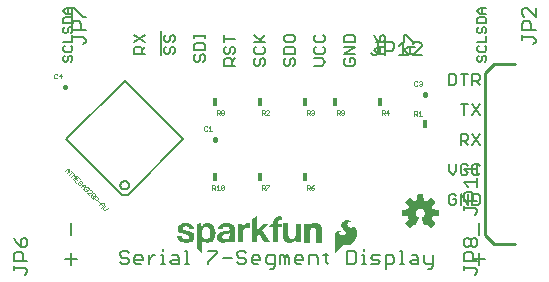
<source format=gbr>
G04 EAGLE Gerber RS-274X export*
G75*
%MOMM*%
%FSLAX34Y34*%
%LPD*%
%INSilkscreen Top*%
%IPPOS*%
%AMOC8*
5,1,8,0,0,1.08239X$1,22.5*%
G01*
%ADD10C,0.203200*%
%ADD11C,0.152400*%
%ADD12C,0.254000*%
%ADD13C,0.127000*%
%ADD14C,0.025400*%
%ADD15R,0.406400X0.711200*%
%ADD16C,0.406400*%

G36*
X335710Y39516D02*
X335710Y39516D01*
X335818Y39526D01*
X335831Y39532D01*
X335845Y39534D01*
X335942Y39582D01*
X336041Y39627D01*
X336054Y39638D01*
X336063Y39642D01*
X336078Y39658D01*
X336155Y39720D01*
X338740Y42305D01*
X338803Y42394D01*
X338869Y42479D01*
X338874Y42492D01*
X338882Y42504D01*
X338913Y42607D01*
X338949Y42710D01*
X338949Y42724D01*
X338953Y42737D01*
X338949Y42845D01*
X338950Y42954D01*
X338945Y42967D01*
X338945Y42981D01*
X338907Y43083D01*
X338872Y43185D01*
X338863Y43200D01*
X338859Y43209D01*
X338845Y43226D01*
X338791Y43308D01*
X336027Y46698D01*
X336584Y47780D01*
X336590Y47800D01*
X336632Y47895D01*
X337003Y49054D01*
X341354Y49497D01*
X341458Y49525D01*
X341564Y49550D01*
X341576Y49557D01*
X341589Y49560D01*
X341679Y49621D01*
X341772Y49678D01*
X341780Y49689D01*
X341792Y49697D01*
X341858Y49783D01*
X341927Y49867D01*
X341931Y49880D01*
X341940Y49891D01*
X341974Y49994D01*
X342013Y50095D01*
X342014Y50113D01*
X342018Y50122D01*
X342018Y50144D01*
X342027Y50242D01*
X342027Y53898D01*
X342010Y54005D01*
X341996Y54113D01*
X341990Y54125D01*
X341988Y54139D01*
X341936Y54235D01*
X341889Y54332D01*
X341879Y54342D01*
X341873Y54354D01*
X341793Y54428D01*
X341717Y54505D01*
X341705Y54511D01*
X341695Y54521D01*
X341596Y54566D01*
X341499Y54614D01*
X341481Y54618D01*
X341472Y54622D01*
X341451Y54624D01*
X341354Y54643D01*
X337003Y55086D01*
X336632Y56245D01*
X336623Y56262D01*
X336621Y56270D01*
X336617Y56277D01*
X336584Y56360D01*
X336027Y57442D01*
X338791Y60832D01*
X338845Y60926D01*
X338902Y61018D01*
X338905Y61031D01*
X338912Y61043D01*
X338933Y61150D01*
X338958Y61255D01*
X338956Y61269D01*
X338959Y61283D01*
X338944Y61390D01*
X338934Y61498D01*
X338928Y61511D01*
X338926Y61525D01*
X338878Y61622D01*
X338833Y61721D01*
X338822Y61734D01*
X338818Y61743D01*
X338802Y61758D01*
X338740Y61835D01*
X336155Y64420D01*
X336066Y64483D01*
X335981Y64549D01*
X335968Y64554D01*
X335956Y64562D01*
X335853Y64593D01*
X335750Y64629D01*
X335736Y64629D01*
X335723Y64633D01*
X335615Y64629D01*
X335506Y64630D01*
X335493Y64625D01*
X335479Y64625D01*
X335377Y64587D01*
X335275Y64552D01*
X335260Y64543D01*
X335251Y64539D01*
X335234Y64525D01*
X335152Y64471D01*
X331762Y61707D01*
X330680Y62264D01*
X330660Y62270D01*
X330565Y62312D01*
X329406Y62683D01*
X328963Y67034D01*
X328935Y67138D01*
X328910Y67244D01*
X328903Y67256D01*
X328900Y67269D01*
X328839Y67359D01*
X328782Y67452D01*
X328771Y67460D01*
X328763Y67472D01*
X328677Y67538D01*
X328593Y67607D01*
X328580Y67611D01*
X328569Y67620D01*
X328466Y67654D01*
X328365Y67693D01*
X328347Y67694D01*
X328338Y67698D01*
X328316Y67698D01*
X328218Y67707D01*
X324562Y67707D01*
X324455Y67690D01*
X324347Y67676D01*
X324335Y67670D01*
X324321Y67668D01*
X324225Y67616D01*
X324128Y67569D01*
X324118Y67559D01*
X324106Y67553D01*
X324032Y67473D01*
X323955Y67397D01*
X323949Y67385D01*
X323939Y67375D01*
X323894Y67276D01*
X323846Y67179D01*
X323842Y67161D01*
X323838Y67152D01*
X323836Y67131D01*
X323817Y67034D01*
X323374Y62683D01*
X322215Y62312D01*
X322197Y62302D01*
X322100Y62264D01*
X321018Y61707D01*
X317628Y64471D01*
X317534Y64525D01*
X317442Y64582D01*
X317429Y64585D01*
X317417Y64592D01*
X317310Y64613D01*
X317205Y64638D01*
X317191Y64636D01*
X317177Y64639D01*
X317070Y64624D01*
X316962Y64614D01*
X316949Y64608D01*
X316936Y64606D01*
X316838Y64558D01*
X316739Y64513D01*
X316726Y64502D01*
X316717Y64498D01*
X316702Y64482D01*
X316625Y64420D01*
X314040Y61835D01*
X313977Y61746D01*
X313911Y61661D01*
X313906Y61648D01*
X313898Y61636D01*
X313867Y61533D01*
X313831Y61430D01*
X313831Y61416D01*
X313827Y61403D01*
X313831Y61295D01*
X313830Y61186D01*
X313835Y61173D01*
X313835Y61159D01*
X313873Y61057D01*
X313908Y60955D01*
X313917Y60940D01*
X313921Y60931D01*
X313935Y60914D01*
X313989Y60832D01*
X316753Y57442D01*
X316196Y56360D01*
X316190Y56340D01*
X316148Y56245D01*
X315777Y55086D01*
X311426Y54643D01*
X311322Y54615D01*
X311216Y54590D01*
X311204Y54583D01*
X311191Y54580D01*
X311101Y54519D01*
X311008Y54462D01*
X311000Y54451D01*
X310988Y54443D01*
X310922Y54357D01*
X310854Y54273D01*
X310849Y54260D01*
X310840Y54249D01*
X310806Y54146D01*
X310767Y54045D01*
X310766Y54027D01*
X310762Y54018D01*
X310763Y53996D01*
X310753Y53898D01*
X310753Y50242D01*
X310770Y50135D01*
X310784Y50027D01*
X310790Y50015D01*
X310792Y50001D01*
X310844Y49905D01*
X310891Y49808D01*
X310901Y49798D01*
X310907Y49786D01*
X310987Y49712D01*
X311063Y49635D01*
X311075Y49629D01*
X311086Y49619D01*
X311184Y49574D01*
X311281Y49526D01*
X311299Y49522D01*
X311308Y49518D01*
X311329Y49516D01*
X311426Y49497D01*
X315777Y49054D01*
X316148Y47895D01*
X316158Y47877D01*
X316196Y47780D01*
X316753Y46698D01*
X313989Y43308D01*
X313935Y43214D01*
X313878Y43122D01*
X313875Y43109D01*
X313868Y43097D01*
X313847Y42990D01*
X313822Y42885D01*
X313824Y42871D01*
X313821Y42857D01*
X313836Y42750D01*
X313846Y42642D01*
X313852Y42629D01*
X313854Y42616D01*
X313902Y42518D01*
X313947Y42419D01*
X313958Y42406D01*
X313962Y42397D01*
X313978Y42382D01*
X314040Y42305D01*
X316625Y39720D01*
X316714Y39657D01*
X316799Y39591D01*
X316812Y39586D01*
X316824Y39578D01*
X316927Y39547D01*
X317030Y39511D01*
X317044Y39511D01*
X317057Y39507D01*
X317165Y39511D01*
X317274Y39510D01*
X317287Y39515D01*
X317301Y39515D01*
X317403Y39553D01*
X317505Y39588D01*
X317520Y39597D01*
X317529Y39601D01*
X317546Y39615D01*
X317628Y39669D01*
X321018Y42433D01*
X322100Y41876D01*
X322153Y41859D01*
X322202Y41833D01*
X322268Y41822D01*
X322332Y41801D01*
X322388Y41802D01*
X322442Y41793D01*
X322509Y41804D01*
X322576Y41805D01*
X322628Y41823D01*
X322683Y41832D01*
X322743Y41864D01*
X322806Y41887D01*
X322849Y41921D01*
X322899Y41947D01*
X322945Y41996D01*
X322997Y42038D01*
X323028Y42085D01*
X323066Y42125D01*
X323122Y42230D01*
X323130Y42243D01*
X323131Y42248D01*
X323135Y42255D01*
X325288Y47452D01*
X325308Y47536D01*
X325313Y47548D01*
X325315Y47564D01*
X325340Y47650D01*
X325339Y47670D01*
X325344Y47690D01*
X325336Y47772D01*
X325337Y47791D01*
X325333Y47811D01*
X325329Y47894D01*
X325322Y47913D01*
X325320Y47933D01*
X325288Y48002D01*
X325282Y48029D01*
X325267Y48053D01*
X325240Y48122D01*
X325227Y48137D01*
X325219Y48155D01*
X325174Y48204D01*
X325154Y48236D01*
X325122Y48262D01*
X325083Y48308D01*
X325062Y48323D01*
X325052Y48333D01*
X325031Y48345D01*
X324968Y48389D01*
X324965Y48391D01*
X324964Y48391D01*
X324962Y48393D01*
X324078Y48888D01*
X323399Y49515D01*
X322885Y50284D01*
X322565Y51152D01*
X322457Y52069D01*
X322570Y53004D01*
X322901Y53885D01*
X323433Y54662D01*
X324134Y55291D01*
X324964Y55734D01*
X325876Y55968D01*
X326818Y55978D01*
X327734Y55764D01*
X328574Y55339D01*
X329288Y54726D01*
X329837Y53961D01*
X330188Y53087D01*
X330321Y52155D01*
X330229Y51218D01*
X329917Y50330D01*
X329402Y49542D01*
X328715Y48898D01*
X327816Y48392D01*
X327776Y48359D01*
X327734Y48337D01*
X327703Y48304D01*
X327655Y48269D01*
X327642Y48252D01*
X327626Y48239D01*
X327591Y48185D01*
X327567Y48159D01*
X327554Y48128D01*
X327512Y48071D01*
X327506Y48051D01*
X327495Y48033D01*
X327477Y47960D01*
X327467Y47937D01*
X327464Y47913D01*
X327441Y47838D01*
X327442Y47817D01*
X327437Y47796D01*
X327444Y47712D01*
X327443Y47694D01*
X327446Y47678D01*
X327449Y47594D01*
X327457Y47568D01*
X327458Y47553D01*
X327468Y47531D01*
X327492Y47452D01*
X327800Y46707D01*
X327801Y46707D01*
X328111Y45958D01*
X328421Y45209D01*
X328421Y45208D01*
X328732Y44460D01*
X328732Y44459D01*
X329042Y43710D01*
X329352Y42961D01*
X329353Y42961D01*
X329645Y42255D01*
X329674Y42208D01*
X329695Y42156D01*
X329738Y42105D01*
X329774Y42048D01*
X329817Y42013D01*
X329853Y41970D01*
X329910Y41936D01*
X329962Y41893D01*
X330014Y41874D01*
X330062Y41845D01*
X330128Y41831D01*
X330191Y41807D01*
X330246Y41805D01*
X330300Y41794D01*
X330367Y41801D01*
X330434Y41799D01*
X330488Y41815D01*
X330543Y41822D01*
X330654Y41866D01*
X330668Y41870D01*
X330672Y41873D01*
X330680Y41876D01*
X331762Y42433D01*
X335152Y39669D01*
X335246Y39615D01*
X335338Y39558D01*
X335351Y39555D01*
X335363Y39548D01*
X335470Y39527D01*
X335575Y39502D01*
X335589Y39504D01*
X335603Y39501D01*
X335710Y39516D01*
G37*
G36*
X254010Y17681D02*
X254010Y17681D01*
X254014Y17679D01*
X254084Y17715D01*
X254094Y17720D01*
X254095Y17721D01*
X258967Y23203D01*
X259821Y23985D01*
X260811Y24574D01*
X261162Y24701D01*
X261530Y24766D01*
X263805Y24766D01*
X263810Y24768D01*
X263816Y24766D01*
X265180Y24890D01*
X265190Y24896D01*
X265202Y24894D01*
X266521Y25262D01*
X266529Y25270D01*
X266542Y25271D01*
X267772Y25871D01*
X267779Y25878D01*
X267790Y25881D01*
X268947Y26698D01*
X268952Y26706D01*
X268961Y26709D01*
X269992Y27681D01*
X269995Y27689D01*
X270001Y27691D01*
X270002Y27693D01*
X270004Y27694D01*
X270889Y28801D01*
X270891Y28811D01*
X270900Y28818D01*
X271847Y30499D01*
X271848Y30510D01*
X271856Y30520D01*
X272484Y32344D01*
X272483Y32355D01*
X272490Y32366D01*
X272778Y34273D01*
X272775Y34284D01*
X272780Y34296D01*
X272778Y34348D01*
X272770Y34600D01*
X272766Y34726D01*
X272766Y34727D01*
X272758Y34979D01*
X272750Y35232D01*
X272746Y35358D01*
X272738Y35610D01*
X272727Y35989D01*
X272719Y36224D01*
X272715Y36233D01*
X272717Y36245D01*
X272510Y37284D01*
X272505Y37292D01*
X272505Y37303D01*
X272147Y38300D01*
X272141Y38307D01*
X272140Y38318D01*
X271638Y39252D01*
X271629Y39259D01*
X271626Y39271D01*
X270719Y40408D01*
X270708Y40414D01*
X270701Y40427D01*
X269575Y41348D01*
X269532Y41360D01*
X269491Y41376D01*
X269486Y41374D01*
X269480Y41375D01*
X269442Y41354D01*
X269402Y41335D01*
X269399Y41329D01*
X269395Y41327D01*
X269387Y41298D01*
X269369Y41250D01*
X269369Y40370D01*
X269353Y40250D01*
X269309Y40147D01*
X269035Y39807D01*
X268674Y39559D01*
X268500Y39494D01*
X267962Y39436D01*
X267432Y39534D01*
X266944Y39783D01*
X266042Y40434D01*
X265630Y40788D01*
X265279Y41198D01*
X264996Y41656D01*
X264790Y42150D01*
X264731Y42450D01*
X264743Y42753D01*
X264900Y43272D01*
X265186Y43732D01*
X265581Y44102D01*
X266062Y44357D01*
X266552Y44496D01*
X267063Y44553D01*
X267666Y44553D01*
X267667Y44553D01*
X267689Y44562D01*
X267757Y44591D01*
X267792Y44683D01*
X267788Y44692D01*
X267754Y44768D01*
X267752Y44771D01*
X267751Y44772D01*
X267750Y44773D01*
X267729Y44793D01*
X267722Y44796D01*
X267718Y44804D01*
X267283Y45142D01*
X267268Y45146D01*
X267256Y45158D01*
X266752Y45379D01*
X266751Y45379D01*
X266395Y45531D01*
X266167Y45632D01*
X266157Y45633D01*
X266147Y45639D01*
X265269Y45859D01*
X265260Y45858D01*
X265250Y45862D01*
X264350Y45948D01*
X264340Y45944D01*
X264328Y45948D01*
X263460Y45882D01*
X263449Y45876D01*
X263436Y45877D01*
X262596Y45646D01*
X262586Y45638D01*
X262573Y45637D01*
X261793Y45249D01*
X261786Y45241D01*
X261775Y45238D01*
X260998Y44678D01*
X260994Y44671D01*
X260985Y44667D01*
X260289Y44009D01*
X260284Y43998D01*
X260273Y43990D01*
X259842Y43387D01*
X259839Y43372D01*
X259827Y43359D01*
X259560Y42667D01*
X259560Y42651D01*
X259552Y42636D01*
X259465Y41899D01*
X259470Y41884D01*
X259466Y41867D01*
X259565Y41132D01*
X259573Y41119D01*
X259573Y41102D01*
X259853Y40414D01*
X259862Y40405D01*
X259865Y40391D01*
X261052Y38633D01*
X261060Y38628D01*
X261064Y38617D01*
X262517Y37076D01*
X262887Y36641D01*
X263127Y36138D01*
X263229Y35590D01*
X263186Y35034D01*
X263000Y34509D01*
X262685Y34049D01*
X262260Y33684D01*
X261717Y33391D01*
X261131Y33193D01*
X260521Y33096D01*
X259810Y33131D01*
X259132Y33338D01*
X258526Y33703D01*
X258213Y34031D01*
X258007Y34435D01*
X257914Y34851D01*
X257914Y35279D01*
X258007Y35694D01*
X258079Y35832D01*
X258197Y35946D01*
X259021Y36545D01*
X259154Y36616D01*
X259292Y36644D01*
X259450Y36628D01*
X259493Y36642D01*
X259538Y36653D01*
X259540Y36657D01*
X259544Y36658D01*
X259564Y36699D01*
X259587Y36738D01*
X259586Y36742D01*
X259588Y36746D01*
X259573Y36789D01*
X259560Y36833D01*
X259557Y36835D01*
X259556Y36839D01*
X259518Y36858D01*
X259482Y36879D01*
X258999Y36955D01*
X258994Y36954D01*
X258989Y36956D01*
X258049Y37029D01*
X258040Y37026D01*
X258029Y37029D01*
X257089Y36956D01*
X257079Y36951D01*
X257067Y36952D01*
X256368Y36768D01*
X256358Y36760D01*
X256344Y36759D01*
X255696Y36438D01*
X255688Y36429D01*
X255674Y36425D01*
X255104Y35980D01*
X255098Y35969D01*
X255086Y35963D01*
X254616Y35413D01*
X254612Y35401D01*
X254601Y35392D01*
X254200Y34660D01*
X254199Y34647D01*
X254190Y34636D01*
X253950Y33837D01*
X253951Y33824D01*
X253945Y33811D01*
X253875Y32980D01*
X253877Y32974D01*
X253875Y32969D01*
X253875Y17805D01*
X253877Y17800D01*
X253875Y17796D01*
X253896Y17756D01*
X253913Y17714D01*
X253918Y17713D01*
X253920Y17708D01*
X253963Y17695D01*
X254005Y17679D01*
X254010Y17681D01*
G37*
G36*
X141357Y17833D02*
X141357Y17833D01*
X141360Y17832D01*
X141402Y17853D01*
X141444Y17873D01*
X141445Y17875D01*
X141447Y17876D01*
X141454Y17898D01*
X141477Y17958D01*
X141477Y29062D01*
X141478Y29060D01*
X141998Y28344D01*
X142009Y28337D01*
X142016Y28324D01*
X142676Y27734D01*
X142688Y27730D01*
X142698Y27719D01*
X143467Y27282D01*
X143480Y27280D01*
X143492Y27271D01*
X144336Y27007D01*
X144347Y27008D01*
X144358Y27002D01*
X145575Y26847D01*
X145584Y26849D01*
X145593Y26846D01*
X146820Y26863D01*
X146828Y26866D01*
X146838Y26864D01*
X148050Y27053D01*
X148059Y27058D01*
X148070Y27058D01*
X148989Y27352D01*
X148997Y27359D01*
X149009Y27361D01*
X149865Y27807D01*
X149871Y27815D01*
X149883Y27818D01*
X150651Y28403D01*
X150656Y28412D01*
X150667Y28417D01*
X151324Y29124D01*
X151328Y29134D01*
X151338Y29141D01*
X152110Y30326D01*
X152112Y30336D01*
X152120Y30345D01*
X152676Y31645D01*
X152676Y31656D01*
X152683Y31666D01*
X153006Y33042D01*
X153004Y33053D01*
X153009Y33064D01*
X153127Y35279D01*
X153123Y35290D01*
X153126Y35302D01*
X152843Y37502D01*
X152838Y37512D01*
X152838Y37524D01*
X152164Y39637D01*
X152156Y39647D01*
X152154Y39660D01*
X151575Y40701D01*
X151564Y40709D01*
X151559Y40723D01*
X150767Y41613D01*
X150758Y41618D01*
X150751Y41628D01*
X149927Y42281D01*
X149919Y42283D01*
X149913Y42290D01*
X149011Y42831D01*
X149001Y42833D01*
X148992Y42841D01*
X147968Y43241D01*
X147955Y43241D01*
X147943Y43248D01*
X146858Y43431D01*
X146847Y43429D01*
X146835Y43433D01*
X144854Y43408D01*
X144843Y43403D01*
X144830Y43406D01*
X144348Y43304D01*
X144339Y43297D01*
X144327Y43297D01*
X143006Y42764D01*
X142999Y42757D01*
X142989Y42756D01*
X142595Y42523D01*
X142588Y42514D01*
X142576Y42509D01*
X142233Y42208D01*
X142230Y42202D01*
X142223Y42199D01*
X141334Y41234D01*
X141334Y41233D01*
X141333Y41232D01*
X141199Y41083D01*
X141223Y43000D01*
X141217Y43015D01*
X141220Y43029D01*
X141200Y43058D01*
X141186Y43092D01*
X141172Y43097D01*
X141163Y43110D01*
X141122Y43117D01*
X141095Y43128D01*
X141085Y43124D01*
X141074Y43126D01*
X137188Y42390D01*
X137154Y42368D01*
X137118Y42351D01*
X137114Y42341D01*
X137106Y42335D01*
X137100Y42306D01*
X137085Y42266D01*
X137085Y21692D01*
X137087Y21686D01*
X137085Y21679D01*
X137114Y21622D01*
X137123Y21601D01*
X137125Y21600D01*
X137126Y21598D01*
X141266Y17864D01*
X141311Y17849D01*
X141355Y17832D01*
X141357Y17833D01*
G37*
G36*
X160544Y26815D02*
X160544Y26815D01*
X160555Y26812D01*
X162173Y27053D01*
X162182Y27059D01*
X162195Y27058D01*
X163230Y27411D01*
X163239Y27418D01*
X163251Y27420D01*
X164202Y27960D01*
X164210Y27969D01*
X164222Y27974D01*
X165049Y28677D01*
X165073Y28693D01*
X165082Y28694D01*
X165090Y28692D01*
X165097Y28686D01*
X165106Y28663D01*
X165333Y27634D01*
X165335Y27631D01*
X165334Y27628D01*
X165410Y27348D01*
X165421Y27334D01*
X165425Y27315D01*
X165446Y27279D01*
X165470Y27262D01*
X165497Y27233D01*
X165534Y27214D01*
X165564Y27212D01*
X165602Y27201D01*
X165638Y27204D01*
X169672Y27204D01*
X169695Y27213D01*
X169720Y27213D01*
X169738Y27232D01*
X169763Y27242D01*
X169772Y27265D01*
X169789Y27283D01*
X169790Y27312D01*
X169798Y27334D01*
X169790Y27352D01*
X169790Y27374D01*
X169716Y27573D01*
X169367Y28868D01*
X169265Y30205D01*
X169290Y34543D01*
X169289Y34546D01*
X169290Y34548D01*
X169270Y34591D01*
X169257Y34624D01*
X169265Y34646D01*
X169265Y39472D01*
X169262Y39479D01*
X169264Y39488D01*
X169173Y40223D01*
X169166Y40236D01*
X169166Y40253D01*
X168899Y40944D01*
X168888Y40954D01*
X168884Y40971D01*
X168457Y41576D01*
X168444Y41584D01*
X168436Y41599D01*
X167874Y42082D01*
X167861Y42086D01*
X167851Y42097D01*
X166548Y42791D01*
X166536Y42792D01*
X166525Y42800D01*
X165111Y43225D01*
X165101Y43224D01*
X165092Y43229D01*
X163353Y43459D01*
X163345Y43457D01*
X163337Y43460D01*
X161583Y43468D01*
X161576Y43465D01*
X161567Y43468D01*
X159827Y43254D01*
X159819Y43250D01*
X159809Y43251D01*
X158580Y42917D01*
X158572Y42910D01*
X158561Y42910D01*
X157403Y42381D01*
X157395Y42372D01*
X157382Y42369D01*
X156565Y41795D01*
X156558Y41784D01*
X156545Y41778D01*
X155862Y41048D01*
X155859Y41039D01*
X155857Y41039D01*
X155855Y41034D01*
X155846Y41027D01*
X155327Y40174D01*
X155325Y40161D01*
X155315Y40150D01*
X154981Y39209D01*
X154982Y39196D01*
X154975Y39183D01*
X154853Y38292D01*
X154850Y38290D01*
X154849Y38290D01*
X154830Y38241D01*
X154814Y38198D01*
X154816Y38193D01*
X154849Y38115D01*
X154874Y38089D01*
X154914Y38071D01*
X154952Y38050D01*
X154958Y38052D01*
X154965Y38050D01*
X155005Y38067D01*
X155035Y38076D01*
X159182Y38076D01*
X159184Y38077D01*
X159186Y38076D01*
X159229Y38096D01*
X159273Y38114D01*
X159273Y38116D01*
X159275Y38117D01*
X159308Y38202D01*
X159308Y38245D01*
X159371Y38776D01*
X159555Y39271D01*
X159850Y39709D01*
X160240Y40065D01*
X160704Y40320D01*
X161265Y40485D01*
X161852Y40539D01*
X163207Y40489D01*
X163576Y40428D01*
X163922Y40300D01*
X164236Y40107D01*
X164489Y39873D01*
X164688Y39594D01*
X164827Y39280D01*
X164938Y38759D01*
X164938Y38228D01*
X164827Y37707D01*
X164785Y37610D01*
X164725Y37523D01*
X164441Y37262D01*
X164013Y37016D01*
X163544Y36851D01*
X162238Y36625D01*
X160032Y36397D01*
X160028Y36394D01*
X160023Y36395D01*
X158486Y36117D01*
X158478Y36113D01*
X158469Y36113D01*
X156984Y35629D01*
X156976Y35622D01*
X156964Y35621D01*
X156268Y35255D01*
X156260Y35245D01*
X156247Y35241D01*
X155637Y34743D01*
X155631Y34732D01*
X155621Y34726D01*
X155620Y34726D01*
X155619Y34725D01*
X155121Y34116D01*
X155117Y34103D01*
X155106Y34092D01*
X154677Y33230D01*
X154676Y33215D01*
X154667Y33201D01*
X154461Y32260D01*
X154463Y32247D01*
X154458Y32233D01*
X154455Y31172D01*
X154460Y31162D01*
X154457Y31149D01*
X154646Y30105D01*
X154652Y30096D01*
X154652Y30083D01*
X155025Y29090D01*
X155033Y29081D01*
X155035Y29069D01*
X155327Y28586D01*
X155336Y28579D01*
X155341Y28567D01*
X155718Y28147D01*
X155729Y28142D01*
X155736Y28131D01*
X156184Y27789D01*
X156197Y27785D01*
X156207Y27775D01*
X157476Y27169D01*
X157489Y27169D01*
X157502Y27160D01*
X158874Y26852D01*
X158886Y26854D01*
X158899Y26849D01*
X160534Y26811D01*
X160544Y26815D01*
G37*
G36*
X187911Y27078D02*
X187911Y27078D01*
X187913Y27077D01*
X187956Y27097D01*
X188000Y27115D01*
X188000Y27117D01*
X188002Y27118D01*
X188035Y27203D01*
X188035Y32611D01*
X189690Y34218D01*
X193923Y27240D01*
X193938Y27229D01*
X193946Y27212D01*
X193980Y27199D01*
X194003Y27182D01*
X194016Y27184D01*
X194030Y27179D01*
X199110Y27154D01*
X199146Y27169D01*
X199184Y27177D01*
X199190Y27187D01*
X199201Y27192D01*
X199216Y27228D01*
X199236Y27261D01*
X199233Y27273D01*
X199237Y27283D01*
X199225Y27311D01*
X199216Y27350D01*
X192619Y37245D01*
X198310Y42811D01*
X198311Y42812D01*
X198313Y42813D01*
X198330Y42858D01*
X198348Y42902D01*
X198348Y42903D01*
X198348Y42905D01*
X198328Y42948D01*
X198309Y42992D01*
X198308Y42993D01*
X198307Y42994D01*
X198222Y43027D01*
X193548Y43027D01*
X193545Y43026D01*
X193542Y43027D01*
X193459Y42990D01*
X187984Y37516D01*
X187984Y48946D01*
X187971Y48978D01*
X187966Y49012D01*
X187952Y49022D01*
X187946Y49037D01*
X187914Y49049D01*
X187885Y49069D01*
X187868Y49067D01*
X187854Y49072D01*
X187829Y49061D01*
X187795Y49056D01*
X183655Y46694D01*
X183643Y46677D01*
X183625Y46669D01*
X183612Y46637D01*
X183596Y46615D01*
X183598Y46600D01*
X183592Y46584D01*
X183592Y27254D01*
X183593Y27251D01*
X183592Y27248D01*
X183629Y27165D01*
X183680Y27114D01*
X183683Y27113D01*
X183684Y27110D01*
X183769Y27077D01*
X187909Y27077D01*
X187911Y27078D01*
G37*
G36*
X216838Y26803D02*
X216838Y26803D01*
X216845Y26806D01*
X216854Y26805D01*
X218332Y27028D01*
X218340Y27033D01*
X218350Y27032D01*
X218612Y27113D01*
X218620Y27119D01*
X218632Y27121D01*
X218877Y27243D01*
X218884Y27250D01*
X218894Y27253D01*
X219824Y27912D01*
X219829Y27920D01*
X219838Y27923D01*
X220665Y28708D01*
X220668Y28716D01*
X220677Y28721D01*
X221184Y29362D01*
X221184Y27305D01*
X221185Y27303D01*
X221184Y27301D01*
X221204Y27258D01*
X221222Y27214D01*
X221224Y27214D01*
X221225Y27212D01*
X221310Y27179D01*
X225323Y27179D01*
X225325Y27180D01*
X225327Y27179D01*
X225370Y27199D01*
X225414Y27217D01*
X225414Y27219D01*
X225416Y27220D01*
X225449Y27305D01*
X225449Y42926D01*
X225448Y42928D01*
X225449Y42930D01*
X225429Y42973D01*
X225411Y43017D01*
X225409Y43017D01*
X225408Y43019D01*
X225323Y43052D01*
X221107Y43052D01*
X221105Y43051D01*
X221103Y43052D01*
X221060Y43032D01*
X221016Y43014D01*
X221016Y43012D01*
X221014Y43011D01*
X220981Y42926D01*
X220981Y34624D01*
X220905Y33394D01*
X220680Y32190D01*
X220471Y31640D01*
X220144Y31155D01*
X219713Y30758D01*
X219203Y30470D01*
X218512Y30258D01*
X217791Y30191D01*
X217072Y30271D01*
X216383Y30494D01*
X215988Y30719D01*
X215647Y31020D01*
X215375Y31382D01*
X215032Y32150D01*
X214883Y32980D01*
X214883Y42977D01*
X214882Y42979D01*
X214883Y42981D01*
X214863Y43024D01*
X214845Y43068D01*
X214843Y43068D01*
X214842Y43070D01*
X214757Y43103D01*
X210617Y43103D01*
X210615Y43102D01*
X210613Y43103D01*
X210570Y43083D01*
X210526Y43065D01*
X210526Y43063D01*
X210524Y43062D01*
X210491Y42977D01*
X210491Y32182D01*
X210493Y32177D01*
X210491Y32170D01*
X210592Y31071D01*
X210597Y31062D01*
X210597Y31061D01*
X210598Y31059D01*
X210596Y31048D01*
X210896Y29985D01*
X210903Y29976D01*
X210904Y29963D01*
X211392Y28973D01*
X211401Y28965D01*
X211405Y28953D01*
X212065Y28068D01*
X212075Y28061D01*
X212082Y28049D01*
X212336Y27821D01*
X212344Y27818D01*
X212345Y27816D01*
X212350Y27814D01*
X212356Y27806D01*
X213258Y27280D01*
X213270Y27279D01*
X213280Y27270D01*
X214266Y26927D01*
X214278Y26928D01*
X214290Y26921D01*
X215323Y26774D01*
X215333Y26777D01*
X215344Y26773D01*
X216838Y26803D01*
G37*
G36*
X232031Y27104D02*
X232031Y27104D01*
X232033Y27103D01*
X232076Y27123D01*
X232120Y27141D01*
X232120Y27143D01*
X232122Y27144D01*
X232155Y27229D01*
X232155Y36595D01*
X232236Y37378D01*
X232452Y38128D01*
X232815Y38807D01*
X233332Y39376D01*
X233789Y39690D01*
X234305Y39894D01*
X234861Y39981D01*
X235966Y40031D01*
X236282Y40014D01*
X236582Y39937D01*
X237017Y39720D01*
X237391Y39411D01*
X237687Y39024D01*
X237997Y38382D01*
X238188Y37694D01*
X238253Y36976D01*
X238253Y27330D01*
X238254Y27328D01*
X238253Y27326D01*
X238273Y27283D01*
X238291Y27239D01*
X238293Y27239D01*
X238294Y27237D01*
X238379Y27204D01*
X242468Y27204D01*
X242470Y27205D01*
X242472Y27204D01*
X242515Y27224D01*
X242559Y27242D01*
X242559Y27244D01*
X242561Y27245D01*
X242594Y27330D01*
X242594Y37871D01*
X242592Y37876D01*
X242594Y37881D01*
X242504Y39010D01*
X242500Y39018D01*
X242501Y39027D01*
X242261Y40134D01*
X242256Y40142D01*
X242256Y40152D01*
X241987Y40857D01*
X241979Y40865D01*
X241977Y40877D01*
X241593Y41526D01*
X241584Y41532D01*
X241580Y41544D01*
X241091Y42119D01*
X241080Y42124D01*
X241073Y42136D01*
X240288Y42754D01*
X240275Y42757D01*
X240264Y42769D01*
X239359Y43191D01*
X239345Y43192D01*
X239331Y43200D01*
X238354Y43406D01*
X238343Y43403D01*
X238331Y43408D01*
X236325Y43458D01*
X236315Y43454D01*
X236304Y43457D01*
X235252Y43302D01*
X235241Y43295D01*
X235227Y43295D01*
X234230Y42926D01*
X234220Y42917D01*
X234206Y42914D01*
X233308Y42347D01*
X233301Y42338D01*
X233290Y42334D01*
X232829Y41918D01*
X232826Y41910D01*
X232818Y41906D01*
X232416Y41433D01*
X232414Y41428D01*
X232410Y41426D01*
X232133Y41048D01*
X232019Y40912D01*
X231977Y40883D01*
X231977Y42951D01*
X231976Y42953D01*
X231977Y42955D01*
X231957Y42998D01*
X231939Y43042D01*
X231937Y43042D01*
X231936Y43044D01*
X231851Y43077D01*
X227813Y43077D01*
X227811Y43076D01*
X227809Y43077D01*
X227766Y43057D01*
X227722Y43039D01*
X227722Y43037D01*
X227720Y43036D01*
X227687Y42951D01*
X227687Y27229D01*
X227688Y27227D01*
X227687Y27225D01*
X227707Y27182D01*
X227725Y27138D01*
X227727Y27138D01*
X227728Y27136D01*
X227813Y27103D01*
X232029Y27103D01*
X232031Y27104D01*
G37*
G36*
X129449Y26870D02*
X129449Y26870D01*
X129455Y26872D01*
X129462Y26871D01*
X130776Y27053D01*
X130784Y27057D01*
X130793Y27057D01*
X131793Y27339D01*
X131802Y27346D01*
X131814Y27347D01*
X132749Y27798D01*
X132756Y27806D01*
X132768Y27809D01*
X133612Y28415D01*
X133617Y28425D01*
X133628Y28430D01*
X134354Y29173D01*
X134358Y29183D01*
X134369Y29191D01*
X134748Y29755D01*
X134750Y29766D01*
X134759Y29776D01*
X135025Y30401D01*
X135025Y30413D01*
X135033Y30424D01*
X135175Y31088D01*
X135174Y31097D01*
X135178Y31106D01*
X135254Y32147D01*
X135251Y32156D01*
X135254Y32167D01*
X135160Y33222D01*
X135153Y33235D01*
X135153Y33251D01*
X134816Y34254D01*
X134807Y34265D01*
X134804Y34280D01*
X134552Y34692D01*
X134542Y34699D01*
X134536Y34713D01*
X134204Y35063D01*
X134193Y35067D01*
X134187Y35078D01*
X133495Y35586D01*
X133487Y35588D01*
X133480Y35596D01*
X132724Y36001D01*
X132715Y36002D01*
X132708Y36008D01*
X131052Y36618D01*
X131044Y36618D01*
X131036Y36623D01*
X129313Y37004D01*
X129312Y37004D01*
X129311Y37005D01*
X127288Y37409D01*
X126536Y37681D01*
X125861Y38097D01*
X125578Y38390D01*
X125394Y38751D01*
X125329Y39120D01*
X125377Y39492D01*
X125532Y39834D01*
X125765Y40102D01*
X126066Y40297D01*
X126490Y40454D01*
X126939Y40539D01*
X127788Y40583D01*
X128635Y40539D01*
X129131Y40441D01*
X129598Y40252D01*
X130021Y39981D01*
X130296Y39717D01*
X130514Y39404D01*
X130664Y39052D01*
X130719Y38809D01*
X130735Y38549D01*
X130756Y38507D01*
X130776Y38464D01*
X130778Y38463D01*
X130779Y38461D01*
X130798Y38455D01*
X130861Y38431D01*
X134747Y38431D01*
X134756Y38434D01*
X134764Y38432D01*
X134800Y38453D01*
X134838Y38469D01*
X134841Y38478D01*
X134849Y38483D01*
X134863Y38534D01*
X134873Y38561D01*
X134871Y38565D01*
X134872Y38568D01*
X134872Y38569D01*
X134873Y38570D01*
X134797Y39281D01*
X134791Y39291D01*
X134793Y39302D01*
X134788Y39308D01*
X134788Y39315D01*
X134796Y39328D01*
X134790Y39352D01*
X134793Y39361D01*
X134789Y39369D01*
X134790Y39388D01*
X134587Y39946D01*
X134583Y39950D01*
X134583Y39955D01*
X134227Y40743D01*
X134220Y40749D01*
X134218Y40760D01*
X133932Y41202D01*
X133924Y41207D01*
X133920Y41217D01*
X133572Y41613D01*
X133562Y41617D01*
X133555Y41628D01*
X132596Y42385D01*
X132583Y42389D01*
X132573Y42399D01*
X131476Y42937D01*
X131464Y42938D01*
X131453Y42946D01*
X130102Y43314D01*
X130092Y43313D01*
X130082Y43318D01*
X128689Y43458D01*
X128683Y43456D01*
X128676Y43458D01*
X126873Y43458D01*
X126867Y43456D01*
X126859Y43458D01*
X125430Y43303D01*
X125420Y43297D01*
X125407Y43298D01*
X124029Y42887D01*
X124020Y42880D01*
X124008Y42879D01*
X122727Y42225D01*
X122719Y42216D01*
X122707Y42213D01*
X122231Y41844D01*
X122225Y41833D01*
X122213Y41827D01*
X121819Y41372D01*
X121815Y41361D01*
X121804Y41352D01*
X121505Y40830D01*
X121504Y40817D01*
X121495Y40807D01*
X121137Y39723D01*
X121138Y39711D01*
X121132Y39698D01*
X121003Y38564D01*
X121006Y38552D01*
X121003Y38538D01*
X121108Y37402D01*
X121114Y37391D01*
X121113Y37377D01*
X121265Y36888D01*
X121273Y36878D01*
X121275Y36864D01*
X121524Y36417D01*
X121535Y36409D01*
X121539Y36395D01*
X121876Y36010D01*
X121886Y36005D01*
X121892Y35994D01*
X122569Y35457D01*
X122578Y35454D01*
X122585Y35446D01*
X123336Y35019D01*
X123345Y35018D01*
X123353Y35011D01*
X124161Y34705D01*
X124169Y34705D01*
X124177Y34700D01*
X127808Y33837D01*
X128982Y33531D01*
X130089Y33061D01*
X130425Y32830D01*
X130691Y32526D01*
X130871Y32164D01*
X130956Y31769D01*
X130939Y31365D01*
X130822Y30980D01*
X130614Y30635D01*
X130326Y30351D01*
X129813Y30039D01*
X129246Y29842D01*
X128643Y29768D01*
X127313Y29768D01*
X126751Y29841D01*
X126164Y30058D01*
X125637Y30395D01*
X125195Y30838D01*
X124940Y31252D01*
X124793Y31714D01*
X124764Y32211D01*
X124764Y32258D01*
X124763Y32260D01*
X124764Y32262D01*
X124744Y32305D01*
X124726Y32349D01*
X124724Y32349D01*
X124723Y32351D01*
X124638Y32384D01*
X120777Y32384D01*
X120771Y32382D01*
X120764Y32384D01*
X120752Y32377D01*
X120738Y32378D01*
X120736Y32377D01*
X120735Y32377D01*
X120713Y32357D01*
X120686Y32346D01*
X120684Y32339D01*
X120678Y32336D01*
X120673Y32322D01*
X120663Y32313D01*
X120663Y32312D01*
X120662Y32310D01*
X120661Y32283D01*
X120659Y32276D01*
X120651Y32254D01*
X120652Y32252D01*
X120651Y32249D01*
X120676Y31893D01*
X120679Y31887D01*
X120678Y31880D01*
X120780Y31296D01*
X120785Y31288D01*
X120784Y31277D01*
X121216Y30007D01*
X121223Y30000D01*
X121224Y29990D01*
X121533Y29394D01*
X121543Y29387D01*
X121547Y29374D01*
X121967Y28850D01*
X121978Y28845D01*
X121984Y28833D01*
X122499Y28402D01*
X122507Y28400D01*
X122512Y28393D01*
X123706Y27631D01*
X123714Y27629D01*
X123721Y27622D01*
X124578Y27225D01*
X124591Y27224D01*
X124603Y27216D01*
X125524Y27004D01*
X125533Y27006D01*
X125543Y27001D01*
X128109Y26823D01*
X128116Y26825D01*
X128122Y26823D01*
X129449Y26870D01*
G37*
G36*
X206148Y27104D02*
X206148Y27104D01*
X206150Y27103D01*
X206193Y27123D01*
X206237Y27141D01*
X206237Y27143D01*
X206239Y27144D01*
X206272Y27229D01*
X206272Y40133D01*
X209144Y40133D01*
X209146Y40134D01*
X209148Y40133D01*
X209191Y40153D01*
X209235Y40171D01*
X209235Y40173D01*
X209237Y40174D01*
X209270Y40259D01*
X209270Y42926D01*
X209269Y42928D01*
X209270Y42930D01*
X209250Y42973D01*
X209232Y43017D01*
X209230Y43017D01*
X209229Y43019D01*
X209144Y43052D01*
X206298Y43052D01*
X206298Y44314D01*
X206361Y44776D01*
X206536Y45199D01*
X206718Y45431D01*
X206958Y45601D01*
X207240Y45698D01*
X208140Y45781D01*
X209055Y45696D01*
X209335Y45670D01*
X209341Y45672D01*
X209347Y45670D01*
X209423Y45670D01*
X209425Y45671D01*
X209427Y45670D01*
X209470Y45690D01*
X209514Y45708D01*
X209514Y45710D01*
X209516Y45711D01*
X209549Y45796D01*
X209549Y48819D01*
X209549Y48820D01*
X209549Y48822D01*
X209549Y48823D01*
X209529Y48866D01*
X209511Y48910D01*
X209509Y48910D01*
X209508Y48912D01*
X209423Y48945D01*
X209401Y48945D01*
X208084Y49021D01*
X208081Y49020D01*
X208077Y49021D01*
X206527Y49021D01*
X206517Y49017D01*
X206506Y49019D01*
X205493Y48845D01*
X205483Y48838D01*
X205469Y48838D01*
X204511Y48469D01*
X204502Y48461D01*
X204489Y48458D01*
X203621Y47908D01*
X203615Y47898D01*
X203608Y47896D01*
X203608Y47895D01*
X203602Y47893D01*
X202859Y47183D01*
X202854Y47173D01*
X202843Y47165D01*
X202503Y46688D01*
X202501Y46677D01*
X202492Y46668D01*
X202243Y46137D01*
X202243Y46126D01*
X202235Y46116D01*
X202087Y45549D01*
X202088Y45538D01*
X202083Y45527D01*
X201906Y43393D01*
X201908Y43389D01*
X201906Y43385D01*
X201906Y43383D01*
X201906Y43052D01*
X200660Y43052D01*
X200657Y43051D01*
X200654Y43052D01*
X200571Y43015D01*
X197904Y40348D01*
X197903Y40348D01*
X197903Y40347D01*
X197885Y40302D01*
X197867Y40257D01*
X197867Y40256D01*
X197887Y40211D01*
X197907Y40167D01*
X197908Y40166D01*
X197992Y40133D01*
X201855Y40109D01*
X201855Y27229D01*
X201856Y27227D01*
X201855Y27225D01*
X201875Y27182D01*
X201893Y27138D01*
X201895Y27138D01*
X201896Y27136D01*
X201981Y27103D01*
X206146Y27103D01*
X206148Y27104D01*
G37*
G36*
X176024Y27205D02*
X176024Y27205D01*
X176026Y27204D01*
X176069Y27224D01*
X176113Y27242D01*
X176113Y27244D01*
X176115Y27245D01*
X176148Y27330D01*
X176148Y35149D01*
X176221Y35995D01*
X176421Y36814D01*
X176782Y37607D01*
X177307Y38299D01*
X177974Y38859D01*
X178453Y39123D01*
X178971Y39304D01*
X179513Y39396D01*
X181038Y39396D01*
X181635Y39271D01*
X181638Y39272D01*
X181641Y39270D01*
X181793Y39245D01*
X181802Y39248D01*
X181813Y39244D01*
X181839Y39244D01*
X181841Y39245D01*
X181843Y39244D01*
X181886Y39264D01*
X181930Y39282D01*
X181930Y39284D01*
X181932Y39285D01*
X181965Y39370D01*
X181965Y43231D01*
X181947Y43275D01*
X181929Y43320D01*
X181927Y43320D01*
X181927Y43322D01*
X181910Y43328D01*
X181846Y43357D01*
X180474Y43433D01*
X180464Y43429D01*
X180452Y43432D01*
X179751Y43348D01*
X179741Y43342D01*
X179727Y43343D01*
X179057Y43120D01*
X179048Y43111D01*
X179034Y43109D01*
X178423Y42756D01*
X178421Y42753D01*
X178417Y42752D01*
X177528Y42167D01*
X177525Y42164D01*
X177520Y42162D01*
X177126Y41860D01*
X177119Y41848D01*
X177105Y41840D01*
X176789Y41457D01*
X176787Y41451D01*
X176781Y41446D01*
X176095Y40404D01*
X175916Y40136D01*
X175869Y40121D01*
X175869Y42901D01*
X175864Y42914D01*
X175867Y42927D01*
X175845Y42957D01*
X175831Y42992D01*
X175818Y42997D01*
X175810Y43008D01*
X175767Y43016D01*
X175739Y43027D01*
X175731Y43023D01*
X175721Y43025D01*
X171860Y42339D01*
X171826Y42317D01*
X171789Y42300D01*
X171785Y42291D01*
X171777Y42286D01*
X171772Y42256D01*
X171756Y42215D01*
X171730Y27330D01*
X171731Y27328D01*
X171730Y27326D01*
X171750Y27283D01*
X171768Y27239D01*
X171770Y27239D01*
X171771Y27237D01*
X171856Y27204D01*
X176022Y27204D01*
X176024Y27205D01*
G37*
%LPC*%
G36*
X144515Y30098D02*
X144515Y30098D01*
X143793Y30250D01*
X143115Y30540D01*
X142606Y30903D01*
X142194Y31372D01*
X141895Y31936D01*
X141889Y31940D01*
X141888Y31947D01*
X141837Y32023D01*
X141836Y32024D01*
X141836Y32025D01*
X141794Y32085D01*
X141782Y32144D01*
X141782Y32182D01*
X141782Y32183D01*
X141782Y32184D01*
X141763Y32228D01*
X141744Y32273D01*
X141743Y32273D01*
X141742Y32274D01*
X141697Y32291D01*
X141675Y32299D01*
X141675Y32304D01*
X141684Y32339D01*
X141679Y32376D01*
X141673Y32387D01*
X141674Y32400D01*
X141449Y33075D01*
X141325Y33844D01*
X141299Y36390D01*
X141409Y37205D01*
X141676Y37979D01*
X142089Y38686D01*
X142687Y39366D01*
X143399Y39922D01*
X143737Y40084D01*
X144109Y40158D01*
X145184Y40209D01*
X145751Y40163D01*
X146293Y40007D01*
X146793Y39747D01*
X147552Y39117D01*
X148149Y38331D01*
X148552Y37432D01*
X148743Y36462D01*
X148746Y34491D01*
X148442Y32544D01*
X148153Y31783D01*
X147681Y31125D01*
X147055Y30609D01*
X146316Y30271D01*
X145425Y30092D01*
X144515Y30098D01*
G37*
%LPD*%
%LPC*%
G36*
X160441Y29793D02*
X160441Y29793D01*
X159980Y29890D01*
X159559Y30093D01*
X159197Y30390D01*
X159006Y30640D01*
X158871Y30925D01*
X158800Y31233D01*
X158795Y31486D01*
X158793Y31612D01*
X158791Y31738D01*
X158791Y31739D01*
X158789Y31818D01*
X158896Y32393D01*
X159116Y32935D01*
X159320Y33233D01*
X159588Y33477D01*
X160062Y33761D01*
X160580Y33958D01*
X161130Y34063D01*
X162573Y34215D01*
X162577Y34217D01*
X162581Y34217D01*
X163573Y34386D01*
X163579Y34390D01*
X163588Y34389D01*
X164552Y34677D01*
X164561Y34684D01*
X164574Y34686D01*
X164781Y34793D01*
X164791Y34805D01*
X164807Y34811D01*
X164949Y34938D01*
X164949Y34646D01*
X164950Y34644D01*
X164949Y34642D01*
X164969Y34599D01*
X164969Y34597D01*
X164949Y34544D01*
X164949Y33710D01*
X164879Y32621D01*
X164672Y31551D01*
X164625Y31386D01*
X164518Y31137D01*
X164368Y30918D01*
X163624Y30199D01*
X163333Y30014D01*
X163011Y29892D01*
X161969Y29743D01*
X160441Y29793D01*
G37*
%LPD*%
D10*
X79593Y17957D02*
X77729Y19822D01*
X74000Y19822D01*
X72136Y17957D01*
X72136Y16093D01*
X74000Y14229D01*
X77729Y14229D01*
X79593Y12365D01*
X79593Y10500D01*
X77729Y8636D01*
X74000Y8636D01*
X72136Y10500D01*
X86162Y8636D02*
X89891Y8636D01*
X86162Y8636D02*
X84298Y10500D01*
X84298Y14229D01*
X86162Y16093D01*
X89891Y16093D01*
X91755Y14229D01*
X91755Y12365D01*
X84298Y12365D01*
X96460Y8636D02*
X96460Y16093D01*
X96460Y12365D02*
X100188Y16093D01*
X102052Y16093D01*
X106594Y16093D02*
X108459Y16093D01*
X108459Y8636D01*
X110323Y8636D02*
X106594Y8636D01*
X108459Y19822D02*
X108459Y21686D01*
X116566Y16093D02*
X120295Y16093D01*
X122159Y14229D01*
X122159Y8636D01*
X116566Y8636D01*
X114702Y10500D01*
X116566Y12365D01*
X122159Y12365D01*
X126864Y19822D02*
X128728Y19822D01*
X128728Y8636D01*
X126864Y8636D02*
X130592Y8636D01*
X147133Y19822D02*
X154590Y19822D01*
X154590Y17957D01*
X147133Y10500D01*
X147133Y8636D01*
X159295Y14229D02*
X166752Y14229D01*
X177050Y19822D02*
X178914Y17957D01*
X177050Y19822D02*
X173321Y19822D01*
X171457Y17957D01*
X171457Y16093D01*
X173321Y14229D01*
X177050Y14229D01*
X178914Y12365D01*
X178914Y10500D01*
X177050Y8636D01*
X173321Y8636D01*
X171457Y10500D01*
X185483Y8636D02*
X189211Y8636D01*
X185483Y8636D02*
X183619Y10500D01*
X183619Y14229D01*
X185483Y16093D01*
X189211Y16093D01*
X191076Y14229D01*
X191076Y12365D01*
X183619Y12365D01*
X199509Y4908D02*
X201373Y4908D01*
X203237Y6772D01*
X203237Y16093D01*
X197645Y16093D01*
X195780Y14229D01*
X195780Y10500D01*
X197645Y8636D01*
X203237Y8636D01*
X207942Y8636D02*
X207942Y16093D01*
X209806Y16093D01*
X211671Y14229D01*
X211671Y8636D01*
X211671Y14229D02*
X213535Y16093D01*
X215399Y14229D01*
X215399Y8636D01*
X221968Y8636D02*
X225697Y8636D01*
X221968Y8636D02*
X220104Y10500D01*
X220104Y14229D01*
X221968Y16093D01*
X225697Y16093D01*
X227561Y14229D01*
X227561Y12365D01*
X220104Y12365D01*
X232266Y8636D02*
X232266Y16093D01*
X237858Y16093D01*
X239723Y14229D01*
X239723Y8636D01*
X246292Y10500D02*
X246292Y17957D01*
X246292Y10500D02*
X248156Y8636D01*
X248156Y16093D02*
X244427Y16093D01*
X264697Y19822D02*
X264697Y8636D01*
X270290Y8636D01*
X272154Y10500D01*
X272154Y17957D01*
X270290Y19822D01*
X264697Y19822D01*
X276859Y16093D02*
X278723Y16093D01*
X278723Y8636D01*
X276859Y8636D02*
X280587Y8636D01*
X278723Y19822D02*
X278723Y21686D01*
X284967Y8636D02*
X290559Y8636D01*
X292424Y10500D01*
X290559Y12365D01*
X286831Y12365D01*
X284967Y14229D01*
X286831Y16093D01*
X292424Y16093D01*
X297128Y16093D02*
X297128Y4908D01*
X297128Y16093D02*
X302721Y16093D01*
X304585Y14229D01*
X304585Y10500D01*
X302721Y8636D01*
X297128Y8636D01*
X309290Y19822D02*
X311154Y19822D01*
X311154Y8636D01*
X309290Y8636D02*
X313019Y8636D01*
X319262Y16093D02*
X322991Y16093D01*
X324855Y14229D01*
X324855Y8636D01*
X319262Y8636D01*
X317398Y10500D01*
X319262Y12365D01*
X324855Y12365D01*
X329560Y10500D02*
X329560Y16093D01*
X329560Y10500D02*
X331424Y8636D01*
X337017Y8636D01*
X337017Y6772D02*
X337017Y16093D01*
X337017Y6772D02*
X335152Y4908D01*
X333288Y4908D01*
D11*
X242843Y176682D02*
X236657Y176682D01*
X242843Y176682D02*
X245936Y179775D01*
X242843Y182868D01*
X236657Y182868D01*
X236657Y191262D02*
X238203Y192808D01*
X236657Y191262D02*
X236657Y188169D01*
X238203Y186622D01*
X244389Y186622D01*
X245936Y188169D01*
X245936Y191262D01*
X244389Y192808D01*
X236657Y201202D02*
X238203Y202748D01*
X236657Y201202D02*
X236657Y198109D01*
X238203Y196562D01*
X244389Y196562D01*
X245936Y198109D01*
X245936Y201202D01*
X244389Y202748D01*
X263603Y182868D02*
X262057Y181322D01*
X262057Y178229D01*
X263603Y176682D01*
X269789Y176682D01*
X271336Y178229D01*
X271336Y181322D01*
X269789Y182868D01*
X266696Y182868D01*
X266696Y179775D01*
X262057Y186622D02*
X271336Y186622D01*
X271336Y192808D02*
X262057Y186622D01*
X262057Y192808D02*
X271336Y192808D01*
X271336Y196562D02*
X262057Y196562D01*
X271336Y196562D02*
X271336Y201202D01*
X269789Y202748D01*
X263603Y202748D01*
X262057Y201202D01*
X262057Y196562D01*
X93536Y186622D02*
X84257Y186622D01*
X84257Y191262D01*
X85803Y192808D01*
X88896Y192808D01*
X90443Y191262D01*
X90443Y186622D01*
X90443Y189715D02*
X93536Y192808D01*
X93536Y202748D02*
X84257Y196562D01*
X84257Y202748D02*
X93536Y196562D01*
X106617Y205740D02*
X106617Y185860D01*
X109657Y191262D02*
X111203Y192808D01*
X109657Y191262D02*
X109657Y188169D01*
X111203Y186622D01*
X112750Y186622D01*
X114296Y188169D01*
X114296Y191262D01*
X115843Y192808D01*
X117389Y192808D01*
X118936Y191262D01*
X118936Y188169D01*
X117389Y186622D01*
X109657Y201202D02*
X111203Y202748D01*
X109657Y201202D02*
X109657Y198109D01*
X111203Y196562D01*
X112750Y196562D01*
X114296Y198109D01*
X114296Y201202D01*
X115843Y202748D01*
X117389Y202748D01*
X118936Y201202D01*
X118936Y198109D01*
X117389Y196562D01*
X135057Y184635D02*
X136603Y186182D01*
X135057Y184635D02*
X135057Y181542D01*
X136603Y179996D01*
X138150Y179996D01*
X139696Y181542D01*
X139696Y184635D01*
X141243Y186182D01*
X142789Y186182D01*
X144336Y184635D01*
X144336Y181542D01*
X142789Y179996D01*
X144336Y189936D02*
X135057Y189936D01*
X144336Y189936D02*
X144336Y194575D01*
X142789Y196121D01*
X136603Y196121D01*
X135057Y194575D01*
X135057Y189936D01*
X144336Y199875D02*
X144336Y202968D01*
X144336Y201422D02*
X135057Y201422D01*
X135057Y202968D02*
X135057Y199875D01*
X185857Y181322D02*
X187403Y182868D01*
X185857Y181322D02*
X185857Y178229D01*
X187403Y176682D01*
X188950Y176682D01*
X190496Y178229D01*
X190496Y181322D01*
X192043Y182868D01*
X193589Y182868D01*
X195136Y181322D01*
X195136Y178229D01*
X193589Y176682D01*
X185857Y191262D02*
X187403Y192808D01*
X185857Y191262D02*
X185857Y188169D01*
X187403Y186622D01*
X193589Y186622D01*
X195136Y188169D01*
X195136Y191262D01*
X193589Y192808D01*
X195136Y196562D02*
X185857Y196562D01*
X192043Y196562D02*
X185857Y202748D01*
X190496Y198109D02*
X195136Y202748D01*
X350672Y169743D02*
X350672Y160465D01*
X355312Y160465D01*
X356858Y162011D01*
X356858Y168197D01*
X355312Y169743D01*
X350672Y169743D01*
X363705Y169743D02*
X363705Y160465D01*
X360612Y169743D02*
X366798Y169743D01*
X370552Y169743D02*
X370552Y160465D01*
X370552Y169743D02*
X375192Y169743D01*
X376738Y168197D01*
X376738Y165104D01*
X375192Y163557D01*
X370552Y163557D01*
X373645Y163557D02*
X376738Y160465D01*
X363705Y144343D02*
X363705Y135065D01*
X360612Y144343D02*
X366798Y144343D01*
X370552Y144343D02*
X376738Y135065D01*
X370552Y135065D02*
X376738Y144343D01*
X360612Y118943D02*
X360612Y109665D01*
X360612Y118943D02*
X365252Y118943D01*
X366798Y117397D01*
X366798Y114304D01*
X365252Y112757D01*
X360612Y112757D01*
X363705Y112757D02*
X366798Y109665D01*
X376738Y109665D02*
X370552Y118943D01*
X376738Y118943D02*
X370552Y109665D01*
X350672Y93543D02*
X350672Y87357D01*
X353765Y84265D01*
X356858Y87357D01*
X356858Y93543D01*
X365252Y93543D02*
X366798Y91997D01*
X365252Y93543D02*
X362159Y93543D01*
X360612Y91997D01*
X360612Y85811D01*
X362159Y84265D01*
X365252Y84265D01*
X366798Y85811D01*
X375192Y93543D02*
X376738Y91997D01*
X375192Y93543D02*
X372099Y93543D01*
X370552Y91997D01*
X370552Y85811D01*
X372099Y84265D01*
X375192Y84265D01*
X376738Y85811D01*
X356858Y66597D02*
X355312Y68143D01*
X352219Y68143D01*
X350672Y66597D01*
X350672Y60411D01*
X352219Y58865D01*
X355312Y58865D01*
X356858Y60411D01*
X356858Y63504D01*
X353765Y63504D01*
X360612Y58865D02*
X360612Y68143D01*
X366798Y58865D01*
X366798Y68143D01*
X370552Y68143D02*
X370552Y58865D01*
X375192Y58865D01*
X376738Y60411D01*
X376738Y66597D01*
X375192Y68143D01*
X370552Y68143D01*
D12*
X381000Y33020D02*
X381000Y170180D01*
X381000Y33020D02*
X388620Y25400D01*
X406400Y25400D01*
X381000Y170180D02*
X388620Y177800D01*
X406400Y177800D01*
D10*
X30480Y17780D02*
X30480Y7620D01*
X25400Y12700D02*
X35560Y12700D01*
X30480Y33020D02*
X30480Y43180D01*
X375920Y17780D02*
X375920Y7620D01*
X370840Y12700D02*
X381000Y12700D01*
X375920Y33020D02*
X375920Y43180D01*
D13*
X25395Y185211D02*
X24124Y183940D01*
X24124Y181397D01*
X25395Y180126D01*
X26666Y180126D01*
X27937Y181397D01*
X27937Y183940D01*
X29208Y185211D01*
X30479Y185211D01*
X31750Y183940D01*
X31750Y181397D01*
X30479Y180126D01*
X24124Y192125D02*
X25395Y193396D01*
X24124Y192125D02*
X24124Y189583D01*
X25395Y188312D01*
X30479Y188312D01*
X31750Y189583D01*
X31750Y192125D01*
X30479Y193396D01*
X31750Y196498D02*
X24124Y196498D01*
X31750Y196498D02*
X31750Y201582D01*
X24124Y208070D02*
X25395Y209341D01*
X24124Y208070D02*
X24124Y205527D01*
X25395Y204256D01*
X26666Y204256D01*
X27937Y205527D01*
X27937Y208070D01*
X29208Y209341D01*
X30479Y209341D01*
X31750Y208070D01*
X31750Y205527D01*
X30479Y204256D01*
X31750Y212442D02*
X24124Y212442D01*
X31750Y212442D02*
X31750Y216255D01*
X30479Y217526D01*
X25395Y217526D01*
X24124Y216255D01*
X24124Y212442D01*
X26666Y220628D02*
X31750Y220628D01*
X26666Y220628D02*
X24124Y223170D01*
X26666Y225712D01*
X31750Y225712D01*
X27937Y225712D02*
X27937Y220628D01*
X374644Y183940D02*
X375915Y185211D01*
X374644Y183940D02*
X374644Y181397D01*
X375915Y180126D01*
X377186Y180126D01*
X378457Y181397D01*
X378457Y183940D01*
X379728Y185211D01*
X380999Y185211D01*
X382270Y183940D01*
X382270Y181397D01*
X380999Y180126D01*
X374644Y192125D02*
X375915Y193396D01*
X374644Y192125D02*
X374644Y189583D01*
X375915Y188312D01*
X380999Y188312D01*
X382270Y189583D01*
X382270Y192125D01*
X380999Y193396D01*
X382270Y196498D02*
X374644Y196498D01*
X382270Y196498D02*
X382270Y201582D01*
X374644Y208070D02*
X375915Y209341D01*
X374644Y208070D02*
X374644Y205527D01*
X375915Y204256D01*
X377186Y204256D01*
X378457Y205527D01*
X378457Y208070D01*
X379728Y209341D01*
X380999Y209341D01*
X382270Y208070D01*
X382270Y205527D01*
X380999Y204256D01*
X382270Y212442D02*
X374644Y212442D01*
X382270Y212442D02*
X382270Y216255D01*
X380999Y217526D01*
X375915Y217526D01*
X374644Y216255D01*
X374644Y212442D01*
X377186Y220628D02*
X382270Y220628D01*
X377186Y220628D02*
X374644Y223170D01*
X377186Y225712D01*
X382270Y225712D01*
X378457Y225712D02*
X378457Y220628D01*
D11*
X296736Y186622D02*
X290550Y186622D01*
X287457Y189715D01*
X290550Y192808D01*
X296736Y192808D01*
X292096Y192808D02*
X292096Y186622D01*
X289003Y199655D02*
X287457Y202748D01*
X289003Y199655D02*
X292096Y196562D01*
X295189Y196562D01*
X296736Y198109D01*
X296736Y201202D01*
X295189Y202748D01*
X293643Y202748D01*
X292096Y201202D01*
X292096Y196562D01*
X212803Y182868D02*
X211257Y181322D01*
X211257Y178229D01*
X212803Y176682D01*
X214350Y176682D01*
X215896Y178229D01*
X215896Y181322D01*
X217443Y182868D01*
X218989Y182868D01*
X220536Y181322D01*
X220536Y178229D01*
X218989Y176682D01*
X220536Y186622D02*
X211257Y186622D01*
X220536Y186622D02*
X220536Y191262D01*
X218989Y192808D01*
X212803Y192808D01*
X211257Y191262D01*
X211257Y186622D01*
X211257Y198109D02*
X211257Y201202D01*
X211257Y198109D02*
X212803Y196562D01*
X218989Y196562D01*
X220536Y198109D01*
X220536Y201202D01*
X218989Y202748D01*
X212803Y202748D01*
X211257Y201202D01*
X315950Y186622D02*
X322136Y186622D01*
X315950Y186622D02*
X312857Y189715D01*
X315950Y192808D01*
X322136Y192808D01*
X317496Y192808D02*
X317496Y186622D01*
X312857Y196562D02*
X312857Y202748D01*
X314403Y202748D01*
X320589Y196562D01*
X322136Y196562D01*
X169736Y176682D02*
X160457Y176682D01*
X160457Y181322D01*
X162003Y182868D01*
X165096Y182868D01*
X166643Y181322D01*
X166643Y176682D01*
X166643Y179775D02*
X169736Y182868D01*
X160457Y191262D02*
X162003Y192808D01*
X160457Y191262D02*
X160457Y188169D01*
X162003Y186622D01*
X163550Y186622D01*
X165096Y188169D01*
X165096Y191262D01*
X166643Y192808D01*
X168189Y192808D01*
X169736Y191262D01*
X169736Y188169D01*
X168189Y186622D01*
X169736Y199655D02*
X160457Y199655D01*
X160457Y196562D02*
X160457Y202748D01*
X76200Y163868D02*
X26632Y114300D01*
X76200Y163868D02*
X125768Y114300D01*
X78710Y67242D01*
X73690Y67242D02*
X26632Y114300D01*
X73690Y67242D02*
X78710Y67242D01*
X72608Y75505D02*
X72610Y75624D01*
X72616Y75744D01*
X72626Y75863D01*
X72640Y75981D01*
X72658Y76099D01*
X72679Y76217D01*
X72705Y76333D01*
X72734Y76449D01*
X72768Y76564D01*
X72805Y76677D01*
X72846Y76789D01*
X72890Y76900D01*
X72938Y77010D01*
X72990Y77117D01*
X73045Y77223D01*
X73104Y77327D01*
X73167Y77429D01*
X73232Y77528D01*
X73301Y77626D01*
X73373Y77721D01*
X73448Y77814D01*
X73527Y77904D01*
X73608Y77992D01*
X73692Y78076D01*
X73779Y78158D01*
X73868Y78237D01*
X73960Y78313D01*
X74055Y78386D01*
X74152Y78456D01*
X74251Y78522D01*
X74353Y78585D01*
X74456Y78645D01*
X74561Y78701D01*
X74668Y78754D01*
X74777Y78803D01*
X74888Y78849D01*
X75000Y78890D01*
X75113Y78928D01*
X75227Y78963D01*
X75343Y78993D01*
X75459Y79020D01*
X75576Y79042D01*
X75694Y79061D01*
X75813Y79076D01*
X75932Y79087D01*
X76051Y79094D01*
X76170Y79097D01*
X76290Y79096D01*
X76409Y79091D01*
X76528Y79082D01*
X76647Y79069D01*
X76765Y79052D01*
X76882Y79032D01*
X76999Y79007D01*
X77115Y78978D01*
X77230Y78946D01*
X77344Y78910D01*
X77457Y78870D01*
X77568Y78826D01*
X77677Y78779D01*
X77785Y78728D01*
X77892Y78674D01*
X77996Y78616D01*
X78098Y78554D01*
X78199Y78490D01*
X78297Y78421D01*
X78393Y78350D01*
X78486Y78276D01*
X78577Y78198D01*
X78665Y78118D01*
X78750Y78034D01*
X78833Y77948D01*
X78913Y77859D01*
X78990Y77768D01*
X79063Y77674D01*
X79134Y77577D01*
X79201Y77479D01*
X79265Y77378D01*
X79326Y77275D01*
X79383Y77170D01*
X79436Y77064D01*
X79486Y76955D01*
X79533Y76845D01*
X79575Y76734D01*
X79614Y76621D01*
X79650Y76507D01*
X79681Y76391D01*
X79708Y76275D01*
X79732Y76158D01*
X79752Y76040D01*
X79768Y75922D01*
X79780Y75803D01*
X79788Y75684D01*
X79792Y75565D01*
X79792Y75445D01*
X79788Y75326D01*
X79780Y75207D01*
X79768Y75088D01*
X79752Y74970D01*
X79732Y74852D01*
X79708Y74735D01*
X79681Y74619D01*
X79650Y74503D01*
X79614Y74389D01*
X79575Y74276D01*
X79533Y74165D01*
X79486Y74055D01*
X79436Y73946D01*
X79383Y73840D01*
X79326Y73735D01*
X79265Y73632D01*
X79201Y73531D01*
X79134Y73433D01*
X79063Y73336D01*
X78990Y73242D01*
X78913Y73151D01*
X78833Y73062D01*
X78750Y72976D01*
X78665Y72892D01*
X78577Y72812D01*
X78486Y72734D01*
X78393Y72660D01*
X78297Y72589D01*
X78199Y72520D01*
X78098Y72456D01*
X77996Y72394D01*
X77892Y72336D01*
X77785Y72282D01*
X77677Y72231D01*
X77568Y72184D01*
X77457Y72140D01*
X77344Y72100D01*
X77230Y72064D01*
X77115Y72032D01*
X76999Y72003D01*
X76882Y71978D01*
X76765Y71958D01*
X76647Y71941D01*
X76528Y71928D01*
X76409Y71919D01*
X76290Y71914D01*
X76170Y71913D01*
X76051Y71916D01*
X75932Y71923D01*
X75813Y71934D01*
X75694Y71949D01*
X75576Y71968D01*
X75459Y71990D01*
X75343Y72017D01*
X75227Y72047D01*
X75113Y72082D01*
X75000Y72120D01*
X74888Y72161D01*
X74777Y72207D01*
X74668Y72256D01*
X74561Y72309D01*
X74456Y72365D01*
X74353Y72425D01*
X74251Y72488D01*
X74152Y72554D01*
X74055Y72624D01*
X73960Y72697D01*
X73868Y72773D01*
X73779Y72852D01*
X73692Y72934D01*
X73608Y73018D01*
X73527Y73106D01*
X73448Y73196D01*
X73373Y73289D01*
X73301Y73384D01*
X73232Y73482D01*
X73167Y73581D01*
X73104Y73683D01*
X73045Y73787D01*
X72990Y73893D01*
X72938Y74000D01*
X72890Y74110D01*
X72846Y74221D01*
X72805Y74333D01*
X72768Y74446D01*
X72734Y74561D01*
X72705Y74677D01*
X72679Y74793D01*
X72658Y74911D01*
X72640Y75029D01*
X72626Y75147D01*
X72616Y75266D01*
X72610Y75386D01*
X72608Y75505D01*
D14*
X27434Y89251D02*
X25637Y87453D01*
X27434Y89251D02*
X29232Y89251D01*
X29232Y87453D01*
X27434Y85656D01*
X28783Y87004D02*
X26985Y88801D01*
X29182Y83908D02*
X31878Y86605D01*
X30979Y87504D02*
X32777Y85706D01*
X33625Y84857D02*
X30929Y82161D01*
X33625Y83060D02*
X33625Y84857D01*
X33625Y83060D02*
X35423Y83060D01*
X32726Y80364D01*
X36271Y82211D02*
X38069Y80414D01*
X36271Y82211D02*
X33575Y79515D01*
X35373Y77717D01*
X35822Y79964D02*
X34923Y80863D01*
X40266Y78217D02*
X40266Y77318D01*
X40266Y78217D02*
X39367Y79116D01*
X38468Y79116D01*
X36670Y77318D01*
X36670Y76420D01*
X37569Y75521D01*
X38468Y75521D01*
X39367Y76420D01*
X38468Y77318D01*
X40665Y76020D02*
X38867Y74223D01*
X40665Y76020D02*
X42462Y76021D01*
X42462Y74223D01*
X40665Y72425D01*
X42013Y73774D02*
X40215Y75571D01*
X43760Y73824D02*
X44659Y73824D01*
X45558Y72925D01*
X45558Y72026D01*
X45108Y71577D01*
X44209Y71577D01*
X43760Y72026D01*
X44209Y71577D02*
X44209Y70678D01*
X43760Y70229D01*
X42861Y70229D01*
X41962Y71127D01*
X41962Y72026D01*
X44159Y68931D02*
X45957Y67133D01*
X44159Y68931D02*
X47754Y68931D01*
X48204Y69380D01*
X48204Y70279D01*
X47305Y71178D01*
X46406Y71178D01*
X49052Y68532D02*
X49951Y68532D01*
X50850Y67633D01*
X50850Y66734D01*
X50400Y66285D01*
X49501Y66285D01*
X49501Y65386D01*
X49052Y64937D01*
X48153Y64937D01*
X47254Y65835D01*
X47254Y66734D01*
X47704Y67183D01*
X48603Y67184D01*
X48603Y68082D01*
X49052Y68532D01*
X48603Y67184D02*
X49501Y66285D01*
X49451Y63639D02*
X52147Y66335D01*
X53496Y64987D01*
X53496Y64088D01*
X52597Y63189D01*
X51698Y63189D01*
X50350Y64537D01*
X53445Y62341D02*
X55243Y60543D01*
X56541Y60144D02*
X54743Y58347D01*
X56541Y60144D02*
X58338Y60144D01*
X58338Y58347D01*
X56541Y56549D01*
X57889Y57897D02*
X56091Y59695D01*
X57839Y56150D02*
X60086Y58397D01*
X57839Y56150D02*
X57839Y55251D01*
X58737Y54352D01*
X59636Y54352D01*
X61883Y56599D01*
D15*
X330200Y127000D03*
D14*
X321437Y134112D02*
X321437Y137925D01*
X323344Y137925D01*
X323979Y137290D01*
X323979Y136019D01*
X323344Y135383D01*
X321437Y135383D01*
X322708Y135383D02*
X323979Y134112D01*
X325179Y136654D02*
X326450Y137925D01*
X326450Y134112D01*
X325179Y134112D02*
X327721Y134112D01*
D16*
X152400Y114605D02*
X152400Y113995D01*
D14*
X146179Y124590D02*
X145544Y125225D01*
X144273Y125225D01*
X143637Y124590D01*
X143637Y122048D01*
X144273Y121412D01*
X145544Y121412D01*
X146179Y122048D01*
X147379Y123954D02*
X148650Y125225D01*
X148650Y121412D01*
X147379Y121412D02*
X149921Y121412D01*
X227813Y42951D02*
X227813Y27229D01*
X227813Y42951D02*
X231851Y42951D01*
X231851Y40742D01*
X231927Y40742D01*
X231955Y40744D01*
X231983Y40748D01*
X232010Y40757D01*
X232036Y40768D01*
X232061Y40782D01*
X232084Y40799D01*
X232105Y40818D01*
X232149Y40867D01*
X232192Y40918D01*
X232232Y40970D01*
X232512Y41351D01*
X232587Y41449D01*
X232665Y41546D01*
X232746Y41641D01*
X232829Y41733D01*
X232914Y41824D01*
X233002Y41912D01*
X233092Y41997D01*
X233184Y42081D01*
X233278Y42161D01*
X233375Y42240D01*
X233374Y42240D02*
X233485Y42325D01*
X233597Y42406D01*
X233712Y42485D01*
X233829Y42560D01*
X233947Y42632D01*
X234068Y42701D01*
X234190Y42766D01*
X234315Y42829D01*
X234441Y42887D01*
X234568Y42943D01*
X234697Y42994D01*
X234827Y43043D01*
X234959Y43087D01*
X235091Y43128D01*
X235225Y43166D01*
X235360Y43200D01*
X235495Y43230D01*
X235632Y43256D01*
X235769Y43279D01*
X235906Y43298D01*
X236045Y43313D01*
X236183Y43325D01*
X236322Y43332D01*
X236657Y43342D01*
X236991Y43345D01*
X237326Y43340D01*
X237660Y43328D01*
X237994Y43309D01*
X238328Y43282D01*
X238458Y43268D01*
X238588Y43250D01*
X238716Y43228D01*
X238844Y43203D01*
X238971Y43173D01*
X239098Y43140D01*
X239223Y43103D01*
X239347Y43062D01*
X239470Y43018D01*
X239591Y42970D01*
X239711Y42918D01*
X239829Y42863D01*
X239946Y42804D01*
X240060Y42742D01*
X240173Y42677D01*
X240284Y42608D01*
X240393Y42535D01*
X240499Y42460D01*
X240603Y42381D01*
X240705Y42300D01*
X240804Y42215D01*
X240901Y42127D01*
X240995Y42037D01*
X241083Y41947D01*
X241169Y41854D01*
X241252Y41760D01*
X241332Y41663D01*
X241409Y41563D01*
X241484Y41462D01*
X241556Y41358D01*
X241624Y41253D01*
X241690Y41145D01*
X241753Y41036D01*
X241812Y40925D01*
X241869Y40812D01*
X241922Y40698D01*
X241972Y40582D01*
X242018Y40465D01*
X242062Y40347D01*
X242101Y40227D01*
X242138Y40107D01*
X242193Y39908D01*
X242242Y39708D01*
X242287Y39507D01*
X242327Y39305D01*
X242362Y39102D01*
X242392Y38898D01*
X242417Y38693D01*
X242438Y38488D01*
X242453Y38283D01*
X242463Y38077D01*
X242468Y37871D01*
X242468Y27330D01*
X238379Y27330D01*
X238379Y36982D01*
X238377Y37105D01*
X238372Y37228D01*
X238362Y37351D01*
X238350Y37474D01*
X238333Y37595D01*
X238313Y37717D01*
X238289Y37838D01*
X238261Y37958D01*
X238230Y38077D01*
X238196Y38195D01*
X238158Y38312D01*
X238116Y38428D01*
X238071Y38542D01*
X238022Y38655D01*
X237970Y38767D01*
X237915Y38877D01*
X237857Y38985D01*
X237795Y39091D01*
X237747Y39168D01*
X237695Y39243D01*
X237641Y39316D01*
X237584Y39386D01*
X237524Y39455D01*
X237461Y39521D01*
X237396Y39584D01*
X237328Y39645D01*
X237258Y39702D01*
X237186Y39757D01*
X237111Y39809D01*
X237035Y39859D01*
X236956Y39904D01*
X236876Y39947D01*
X236794Y39987D01*
X236711Y40023D01*
X236626Y40056D01*
X236555Y40080D01*
X236484Y40101D01*
X236411Y40119D01*
X236338Y40133D01*
X236264Y40145D01*
X236190Y40153D01*
X236115Y40158D01*
X236041Y40159D01*
X235966Y40157D01*
X235966Y40158D02*
X234848Y40108D01*
X234848Y40107D02*
X234751Y40100D01*
X234654Y40091D01*
X234558Y40078D01*
X234462Y40061D01*
X234366Y40040D01*
X234272Y40017D01*
X234178Y39989D01*
X234086Y39958D01*
X233995Y39924D01*
X233905Y39886D01*
X233817Y39846D01*
X233730Y39801D01*
X233645Y39754D01*
X233561Y39703D01*
X233480Y39650D01*
X233401Y39593D01*
X233323Y39534D01*
X233249Y39472D01*
X233248Y39471D02*
X233169Y39400D01*
X233091Y39327D01*
X233016Y39250D01*
X232944Y39172D01*
X232874Y39091D01*
X232807Y39008D01*
X232743Y38923D01*
X232681Y38836D01*
X232623Y38746D01*
X232567Y38655D01*
X232514Y38562D01*
X232464Y38468D01*
X232418Y38372D01*
X232374Y38274D01*
X232334Y38175D01*
X232334Y38176D02*
X232291Y38060D01*
X232251Y37942D01*
X232214Y37824D01*
X232181Y37704D01*
X232151Y37584D01*
X232124Y37463D01*
X232100Y37341D01*
X232080Y37219D01*
X232063Y37096D01*
X232049Y36973D01*
X232039Y36849D01*
X232033Y36725D01*
X232029Y36601D01*
X232027Y36259D01*
X232029Y35917D01*
X232029Y35916D02*
X232029Y27229D01*
X227813Y27229D01*
D15*
X190500Y146050D03*
D14*
X192033Y138941D02*
X192033Y135128D01*
X192033Y138941D02*
X193939Y138941D01*
X194575Y138306D01*
X194575Y137035D01*
X193939Y136399D01*
X192033Y136399D01*
X193304Y136399D02*
X194575Y135128D01*
X195775Y135128D02*
X198317Y135128D01*
X195775Y135128D02*
X198317Y137670D01*
X198317Y138306D01*
X197682Y138941D01*
X196410Y138941D01*
X195775Y138306D01*
D15*
X228600Y146050D03*
D14*
X230133Y138941D02*
X230133Y135128D01*
X230133Y138941D02*
X232039Y138941D01*
X232675Y138306D01*
X232675Y137035D01*
X232039Y136399D01*
X230133Y136399D01*
X231404Y136399D02*
X232675Y135128D01*
X233875Y138306D02*
X234510Y138941D01*
X235782Y138941D01*
X236417Y138306D01*
X236417Y137670D01*
X235782Y137035D01*
X235146Y137035D01*
X235782Y137035D02*
X236417Y136399D01*
X236417Y135764D01*
X235782Y135128D01*
X234510Y135128D01*
X233875Y135764D01*
D15*
X292100Y146050D03*
D14*
X293633Y138941D02*
X293633Y135128D01*
X293633Y138941D02*
X295539Y138941D01*
X296175Y138306D01*
X296175Y137035D01*
X295539Y136399D01*
X293633Y136399D01*
X294904Y136399D02*
X296175Y135128D01*
X299282Y135128D02*
X299282Y138941D01*
X297375Y137035D01*
X299917Y137035D01*
D15*
X228600Y82550D03*
D14*
X230133Y75441D02*
X230133Y71628D01*
X230133Y75441D02*
X232039Y75441D01*
X232675Y74806D01*
X232675Y73535D01*
X232039Y72899D01*
X230133Y72899D01*
X231404Y72899D02*
X232675Y71628D01*
X235146Y74806D02*
X236417Y75441D01*
X235146Y74806D02*
X233875Y73535D01*
X233875Y72264D01*
X234510Y71628D01*
X235782Y71628D01*
X236417Y72264D01*
X236417Y72899D01*
X235782Y73535D01*
X233875Y73535D01*
D15*
X190500Y82550D03*
D14*
X192033Y75441D02*
X192033Y71628D01*
X192033Y75441D02*
X193939Y75441D01*
X194575Y74806D01*
X194575Y73535D01*
X193939Y72899D01*
X192033Y72899D01*
X193304Y72899D02*
X194575Y71628D01*
X195775Y75441D02*
X198317Y75441D01*
X198317Y74806D01*
X195775Y72264D01*
X195775Y71628D01*
D15*
X152400Y146050D03*
D14*
X153933Y138941D02*
X153933Y135128D01*
X153933Y138941D02*
X155839Y138941D01*
X156475Y138306D01*
X156475Y137035D01*
X155839Y136399D01*
X153933Y136399D01*
X155204Y136399D02*
X156475Y135128D01*
X157675Y138306D02*
X158310Y138941D01*
X159582Y138941D01*
X160217Y138306D01*
X160217Y137670D01*
X159582Y137035D01*
X160217Y136399D01*
X160217Y135764D01*
X159582Y135128D01*
X158310Y135128D01*
X157675Y135764D01*
X157675Y136399D01*
X158310Y137035D01*
X157675Y137670D01*
X157675Y138306D01*
X158310Y137035D02*
X159582Y137035D01*
D15*
X254000Y146050D03*
D14*
X255533Y138941D02*
X255533Y135128D01*
X255533Y138941D02*
X257439Y138941D01*
X258075Y138306D01*
X258075Y137035D01*
X257439Y136399D01*
X255533Y136399D01*
X256804Y136399D02*
X258075Y135128D01*
X259275Y135764D02*
X259910Y135128D01*
X261182Y135128D01*
X261817Y135764D01*
X261817Y138306D01*
X261182Y138941D01*
X259910Y138941D01*
X259275Y138306D01*
X259275Y137670D01*
X259910Y137035D01*
X261817Y137035D01*
D15*
X152400Y82550D03*
D14*
X150191Y75441D02*
X150191Y71628D01*
X150191Y75441D02*
X152097Y75441D01*
X152733Y74806D01*
X152733Y73535D01*
X152097Y72899D01*
X150191Y72899D01*
X151462Y72899D02*
X152733Y71628D01*
X153933Y74170D02*
X155204Y75441D01*
X155204Y71628D01*
X153933Y71628D02*
X156475Y71628D01*
X157675Y72264D02*
X157675Y74806D01*
X158310Y75441D01*
X159582Y75441D01*
X160217Y74806D01*
X160217Y72264D01*
X159582Y71628D01*
X158310Y71628D01*
X157675Y72264D01*
X160217Y74806D01*
D13*
X-6223Y1780D02*
X-8130Y-127D01*
X-6223Y1780D02*
X-6223Y3686D01*
X-8130Y5593D01*
X-17663Y5593D01*
X-17663Y3686D02*
X-17663Y7500D01*
X-17663Y11567D02*
X-6223Y11567D01*
X-17663Y11567D02*
X-17663Y17287D01*
X-15756Y19193D01*
X-11943Y19193D01*
X-10036Y17287D01*
X-10036Y11567D01*
X-15756Y27074D02*
X-17663Y30887D01*
X-15756Y27074D02*
X-11943Y23261D01*
X-8130Y23261D01*
X-6223Y25168D01*
X-6223Y28981D01*
X-8130Y30887D01*
X-10036Y30887D01*
X-11943Y28981D01*
X-11943Y23261D01*
X41146Y194915D02*
X43053Y196822D01*
X43053Y198728D01*
X41146Y200635D01*
X31613Y200635D01*
X31613Y198728D02*
X31613Y202542D01*
X31613Y206609D02*
X43053Y206609D01*
X31613Y206609D02*
X31613Y212329D01*
X33520Y214236D01*
X37333Y214236D01*
X39240Y212329D01*
X39240Y206609D01*
X31613Y218303D02*
X31613Y225929D01*
X33520Y225929D01*
X41146Y218303D01*
X43053Y218303D01*
X372870Y-127D02*
X374777Y1780D01*
X374777Y3686D01*
X372870Y5593D01*
X363337Y5593D01*
X363337Y3686D02*
X363337Y7500D01*
X363337Y11567D02*
X374777Y11567D01*
X363337Y11567D02*
X363337Y17287D01*
X365244Y19193D01*
X369057Y19193D01*
X370964Y17287D01*
X370964Y11567D01*
X365244Y23261D02*
X363337Y25168D01*
X363337Y28981D01*
X365244Y30887D01*
X367151Y30887D01*
X369057Y28981D01*
X370964Y30887D01*
X372870Y30887D01*
X374777Y28981D01*
X374777Y25168D01*
X372870Y23261D01*
X370964Y23261D01*
X369057Y25168D01*
X367151Y23261D01*
X365244Y23261D01*
X369057Y25168D02*
X369057Y28981D01*
X422146Y194915D02*
X424053Y196822D01*
X424053Y198728D01*
X422146Y200635D01*
X412613Y200635D01*
X412613Y198728D02*
X412613Y202542D01*
X412613Y206609D02*
X424053Y206609D01*
X412613Y206609D02*
X412613Y212329D01*
X414520Y214236D01*
X418333Y214236D01*
X420240Y212329D01*
X420240Y206609D01*
X424053Y218303D02*
X424053Y225929D01*
X424053Y218303D02*
X416427Y225929D01*
X414520Y225929D01*
X412613Y224023D01*
X412613Y220210D01*
X414520Y218303D01*
X374777Y52580D02*
X372870Y50673D01*
X374777Y52580D02*
X374777Y54486D01*
X372870Y56393D01*
X363337Y56393D01*
X363337Y54486D02*
X363337Y58300D01*
X363337Y62367D02*
X374777Y62367D01*
X363337Y62367D02*
X363337Y68087D01*
X365244Y69993D01*
X369057Y69993D01*
X370964Y68087D01*
X370964Y62367D01*
X367151Y74061D02*
X363337Y77874D01*
X374777Y77874D01*
X374777Y74061D02*
X374777Y81687D01*
X367151Y85755D02*
X363337Y89568D01*
X374777Y89568D01*
X374777Y85755D02*
X374777Y93381D01*
D16*
X330200Y152095D02*
X330200Y152705D01*
D14*
X323979Y162690D02*
X323344Y163325D01*
X322073Y163325D01*
X321437Y162690D01*
X321437Y160148D01*
X322073Y159512D01*
X323344Y159512D01*
X323979Y160148D01*
X325179Y162690D02*
X325815Y163325D01*
X327086Y163325D01*
X327721Y162690D01*
X327721Y162054D01*
X327086Y161419D01*
X326450Y161419D01*
X327086Y161419D02*
X327721Y160783D01*
X327721Y160148D01*
X327086Y159512D01*
X325815Y159512D01*
X325179Y160148D01*
D13*
X286728Y185547D02*
X284821Y187454D01*
X286728Y185547D02*
X288634Y185547D01*
X290541Y187454D01*
X290541Y196987D01*
X288634Y196987D02*
X292448Y196987D01*
X296515Y196987D02*
X296515Y185547D01*
X296515Y196987D02*
X302235Y196987D01*
X304142Y195080D01*
X304142Y191267D01*
X302235Y189360D01*
X296515Y189360D01*
X308209Y193174D02*
X312022Y196987D01*
X312022Y185547D01*
X308209Y185547D02*
X315835Y185547D01*
X319903Y185547D02*
X327529Y185547D01*
X319903Y185547D02*
X327529Y193174D01*
X327529Y195080D01*
X325623Y196987D01*
X321810Y196987D01*
X319903Y195080D01*
D16*
X25400Y159055D02*
X25400Y158445D01*
D14*
X19179Y169040D02*
X18544Y169675D01*
X17273Y169675D01*
X16637Y169040D01*
X16637Y166498D01*
X17273Y165862D01*
X18544Y165862D01*
X19179Y166498D01*
X22286Y165862D02*
X22286Y169675D01*
X20379Y167769D01*
X22921Y167769D01*
M02*

</source>
